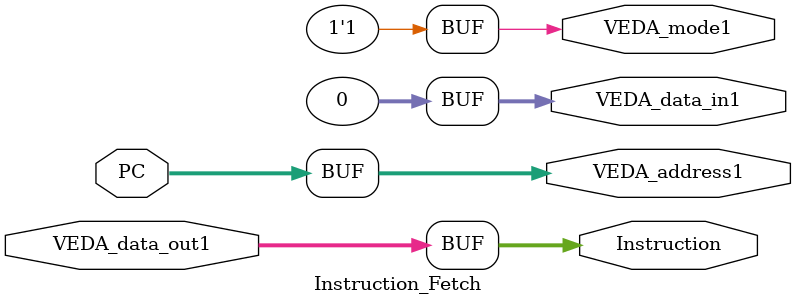
<source format=v>

module Instruction_Fetch (PC, VEDA_data_out1, VEDA_mode1, VEDA_address1, VEDA_data_in1, Instruction);
	input wire [31:0] PC, VEDA_data_out1;
	output wire VEDA_mode1;
	output wire [31:0] VEDA_address1, VEDA_data_in1, Instruction;
	
	assign Instruction = VEDA_data_out1;
	assign VEDA_address1 = PC;
	assign VEDA_data_in1 = 1'b0;
	assign VEDA_mode1 = 1'b1;		// read mode

endmodule
</source>
